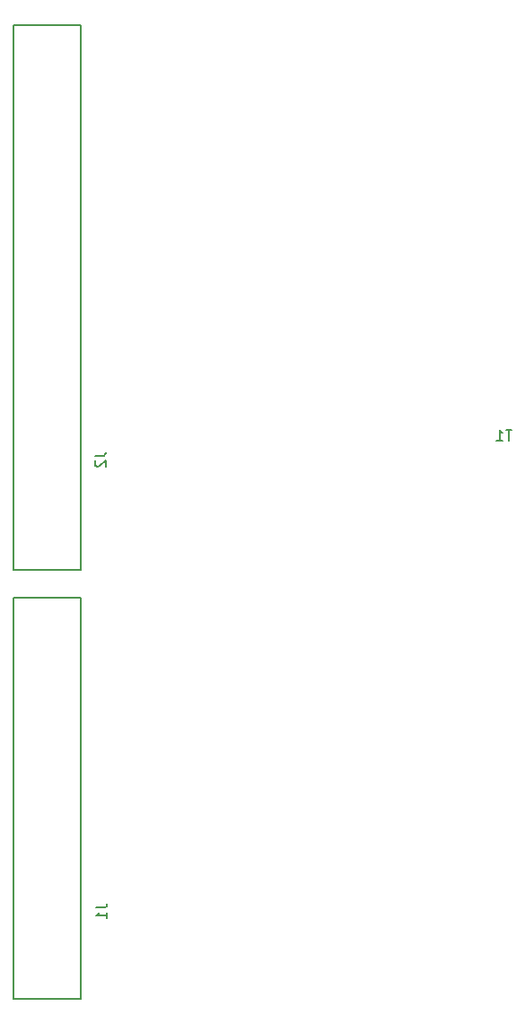
<source format=gbr>
G04 #@! TF.FileFunction,Legend,Bot*
%FSLAX46Y46*%
G04 Gerber Fmt 4.6, Leading zero omitted, Abs format (unit mm)*
G04 Created by KiCad (PCBNEW 4.0.1-3.201512221401+6198~38~ubuntu15.10.1-stable) date Sat 12 Nov 2016 04:44:46 AM PST*
%MOMM*%
G01*
G04 APERTURE LIST*
%ADD10C,0.100000*%
%ADD11C,0.150000*%
G04 APERTURE END LIST*
D10*
D11*
X103048000Y-172592000D02*
X96698000Y-172592000D01*
X96698000Y-172592000D02*
X96698000Y-134746000D01*
X96698000Y-134746000D02*
X103048000Y-134746000D01*
X103048000Y-134746000D02*
X103048000Y-172592000D01*
X103048000Y-132131000D02*
X103048000Y-132131000D01*
X103048000Y-132131000D02*
X96698000Y-132131000D01*
X96698000Y-132131000D02*
X96698000Y-80696000D01*
X96698000Y-80696000D02*
X103048000Y-80696000D01*
X103048000Y-80696000D02*
X103048000Y-132004000D01*
X103048000Y-132004000D02*
X103048000Y-132131000D01*
X104532381Y-164003667D02*
X105246667Y-164003667D01*
X105389524Y-163956047D01*
X105484762Y-163860809D01*
X105532381Y-163717952D01*
X105532381Y-163622714D01*
X105532381Y-165003667D02*
X105532381Y-164432238D01*
X105532381Y-164717952D02*
X104532381Y-164717952D01*
X104675238Y-164622714D01*
X104770476Y-164527476D01*
X104818095Y-164432238D01*
X104405381Y-121383667D02*
X105119667Y-121383667D01*
X105262524Y-121336047D01*
X105357762Y-121240809D01*
X105405381Y-121097952D01*
X105405381Y-121002714D01*
X104500619Y-121812238D02*
X104453000Y-121859857D01*
X104405381Y-121955095D01*
X104405381Y-122193191D01*
X104453000Y-122288429D01*
X104500619Y-122336048D01*
X104595857Y-122383667D01*
X104691095Y-122383667D01*
X104833952Y-122336048D01*
X105405381Y-121764619D01*
X105405381Y-122383667D01*
X143731905Y-118912381D02*
X143160476Y-118912381D01*
X143446191Y-119912381D02*
X143446191Y-118912381D01*
X142303333Y-119912381D02*
X142874762Y-119912381D01*
X142589048Y-119912381D02*
X142589048Y-118912381D01*
X142684286Y-119055238D01*
X142779524Y-119150476D01*
X142874762Y-119198095D01*
M02*

</source>
